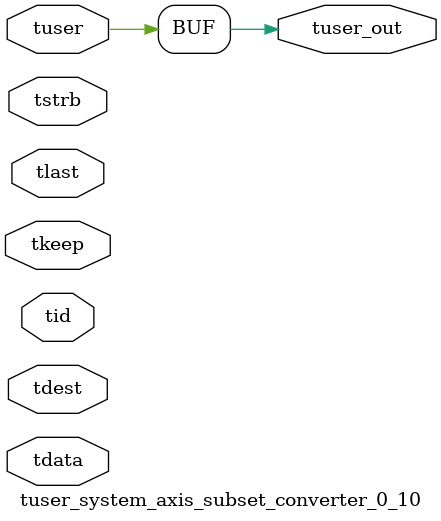
<source format=v>


`timescale 1ps/1ps

module tuser_system_axis_subset_converter_0_10 #
(
parameter C_S_AXIS_TUSER_WIDTH = 1,
parameter C_S_AXIS_TDATA_WIDTH = 32,
parameter C_S_AXIS_TID_WIDTH   = 0,
parameter C_S_AXIS_TDEST_WIDTH = 0,
parameter C_M_AXIS_TUSER_WIDTH = 1
)
(
input  [(C_S_AXIS_TUSER_WIDTH == 0 ? 1 : C_S_AXIS_TUSER_WIDTH)-1:0     ] tuser,
input  [(C_S_AXIS_TDATA_WIDTH == 0 ? 1 : C_S_AXIS_TDATA_WIDTH)-1:0     ] tdata,
input  [(C_S_AXIS_TID_WIDTH   == 0 ? 1 : C_S_AXIS_TID_WIDTH)-1:0       ] tid,
input  [(C_S_AXIS_TDEST_WIDTH == 0 ? 1 : C_S_AXIS_TDEST_WIDTH)-1:0     ] tdest,
input  [(C_S_AXIS_TDATA_WIDTH/8)-1:0 ] tkeep,
input  [(C_S_AXIS_TDATA_WIDTH/8)-1:0 ] tstrb,
input                                                                    tlast,
output [C_M_AXIS_TUSER_WIDTH-1:0] tuser_out
);

assign tuser_out = {tuser[0:0]};

endmodule


</source>
